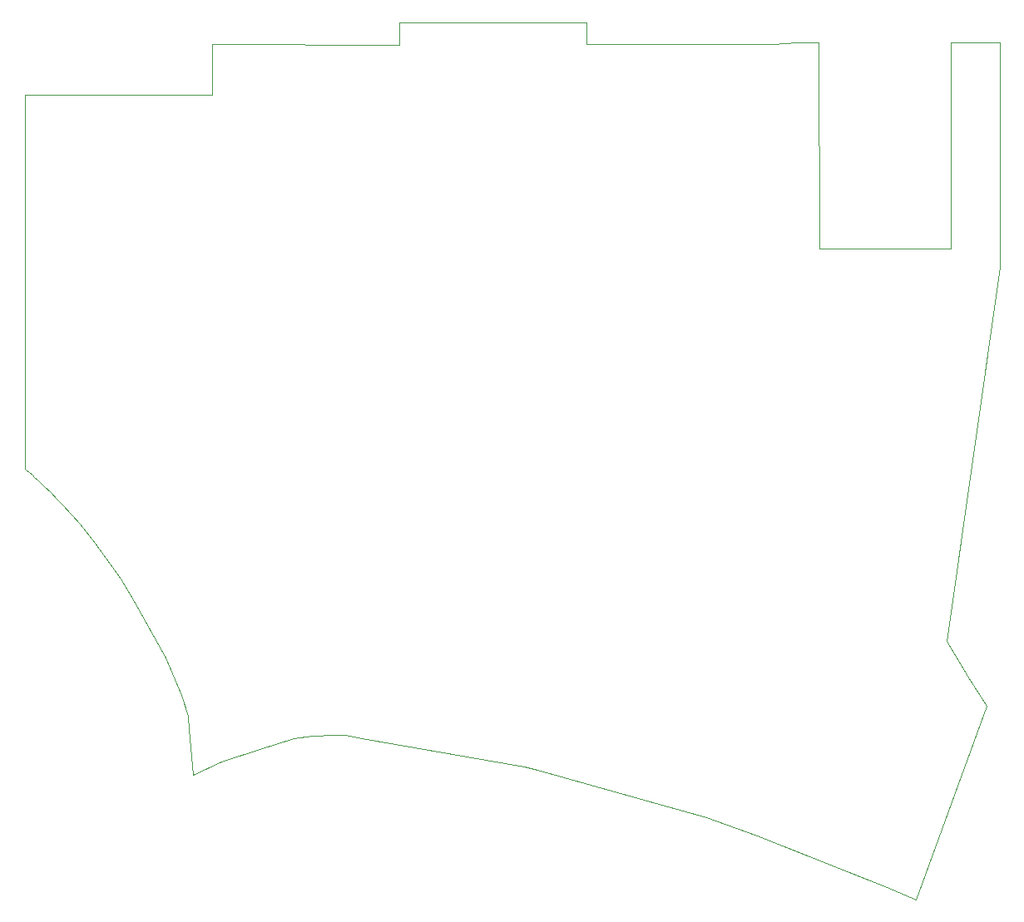
<source format=gbr>
%TF.GenerationSoftware,KiCad,Pcbnew,7.0.1*%
%TF.CreationDate,2024-01-26T17:48:26-05:00*%
%TF.ProjectId,OctoPlus Trio,4f63746f-506c-4757-9320-5472696f2e6b,rev?*%
%TF.SameCoordinates,Original*%
%TF.FileFunction,Profile,NP*%
%FSLAX46Y46*%
G04 Gerber Fmt 4.6, Leading zero omitted, Abs format (unit mm)*
G04 Created by KiCad (PCBNEW 7.0.1) date 2024-01-26 17:48:26*
%MOMM*%
%LPD*%
G01*
G04 APERTURE LIST*
%TA.AperFunction,Profile*%
%ADD10C,0.100000*%
%TD*%
G04 APERTURE END LIST*
D10*
X196150000Y-137060000D02*
X194010000Y-133530000D01*
X127560000Y-143450000D02*
X124320000Y-144440000D01*
X187880000Y-158560000D02*
X190900000Y-159840000D01*
X114520000Y-135190000D02*
X116160000Y-139030000D01*
X105780000Y-121540000D02*
X107310000Y-123480000D01*
X101150000Y-116790000D02*
X101490000Y-117110000D01*
X116160000Y-139030000D02*
X116770000Y-141170000D01*
X134470000Y-143380000D02*
X137900000Y-143990000D01*
X100380000Y-116120000D02*
X100540000Y-116240000D01*
X119250000Y-77850000D02*
X100200000Y-77850000D01*
X116770000Y-141170000D02*
X116880000Y-142470000D01*
X109920000Y-127160000D02*
X111300000Y-129460000D01*
X117300000Y-147100000D02*
X116880000Y-142470000D01*
X101820000Y-117430000D02*
X102100000Y-117710000D01*
X103440000Y-119050000D02*
X104010000Y-119630000D01*
X157370000Y-72760000D02*
X157360000Y-70490000D01*
X111300000Y-129460000D02*
X114520000Y-135190000D01*
X100540000Y-116240000D02*
X100660000Y-116340000D01*
X100200000Y-77850000D02*
X100210000Y-115950000D01*
X199410000Y-95370000D02*
X199400000Y-72510000D01*
X137900000Y-143990000D02*
X151030000Y-146280000D01*
X157360000Y-70490000D02*
X138300000Y-70480000D01*
X199400000Y-72510000D02*
X194420000Y-72510000D01*
X181030000Y-93560000D02*
X181020000Y-72570000D01*
X100290000Y-116060000D02*
X100380000Y-116120000D01*
X169530000Y-151500000D02*
X174740000Y-153340000D01*
X100660000Y-116340000D02*
X100930000Y-116570000D01*
X119250000Y-72760000D02*
X119250000Y-77850000D01*
X176420000Y-72750000D02*
X157370000Y-72760000D01*
X178700000Y-72560000D02*
X176420000Y-72750000D01*
X132830000Y-143110000D02*
X134470000Y-143380000D01*
X190900000Y-159840000D02*
X198060000Y-140100000D01*
X102790000Y-118390000D02*
X103440000Y-119050000D01*
X198060000Y-140100000D02*
X196150000Y-137060000D01*
X174740000Y-153340000D02*
X182160000Y-156310000D01*
X129400000Y-143180000D02*
X127560000Y-143450000D01*
X182160000Y-156310000D02*
X187880000Y-158560000D01*
X152390000Y-146660000D02*
X157810000Y-148190000D01*
X199410000Y-95370000D02*
X194010000Y-133530000D01*
X181020000Y-72570000D02*
X178700000Y-72560000D01*
X157810000Y-148190000D02*
X169530000Y-151500000D01*
X101490000Y-117110000D02*
X101820000Y-117430000D01*
X124320000Y-144440000D02*
X120230000Y-145770000D01*
X102100000Y-117710000D02*
X102790000Y-118390000D01*
X194420000Y-93560000D02*
X181030000Y-93560000D01*
X104010000Y-119630000D02*
X105780000Y-121540000D01*
X100210000Y-115950000D02*
X100290000Y-116060000D01*
X151030000Y-146280000D02*
X152390000Y-146660000D01*
X131590000Y-143090000D02*
X132830000Y-143110000D01*
X100930000Y-116570000D02*
X101150000Y-116790000D01*
X194420000Y-72510000D02*
X194420000Y-93560000D01*
X138300000Y-72770000D02*
X119250000Y-72760000D01*
X120230000Y-145770000D02*
X117300000Y-147100000D01*
X107310000Y-123480000D02*
X109920000Y-127160000D01*
X131590000Y-143090000D02*
X129400000Y-143180000D01*
X138300000Y-70480000D02*
X138300000Y-72770000D01*
M02*

</source>
